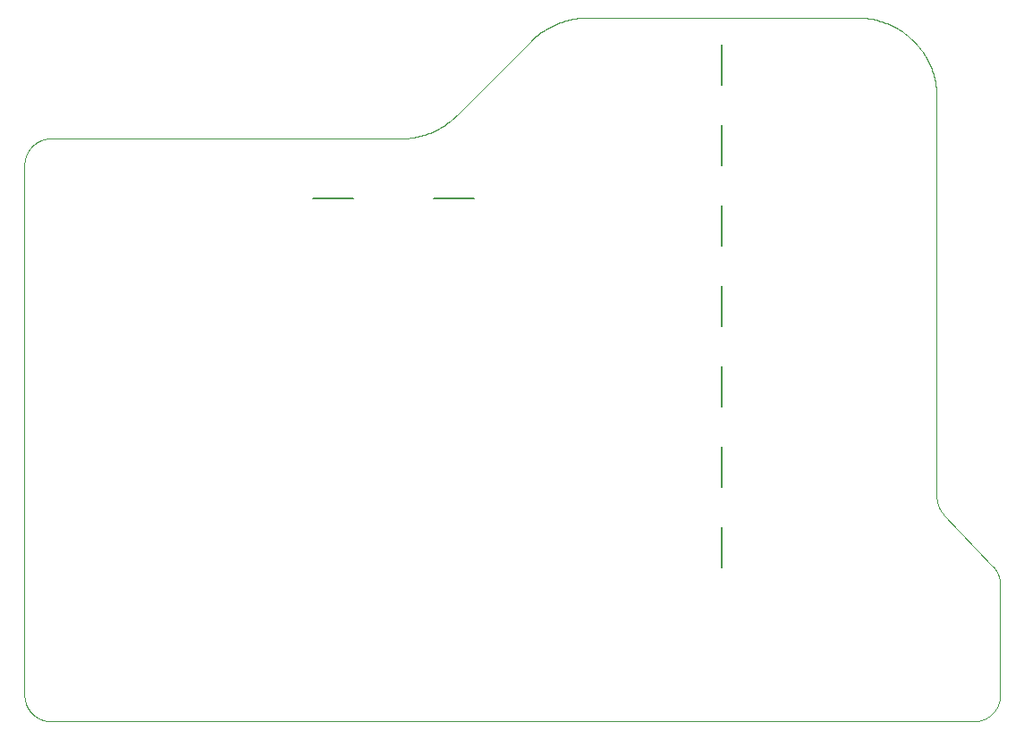
<source format=gbo>
G75*
%MOIN*%
%OFA0B0*%
%FSLAX25Y25*%
%IPPOS*%
%LPD*%
%AMOC8*
5,1,8,0,0,1.08239X$1,22.5*
%
%ADD10C,0.00000*%
%ADD11C,0.00800*%
D10*
X0001500Y0011000D02*
X0001500Y0208461D01*
X0001503Y0208703D01*
X0001512Y0208944D01*
X0001526Y0209185D01*
X0001547Y0209426D01*
X0001573Y0209666D01*
X0001605Y0209906D01*
X0001643Y0210145D01*
X0001686Y0210382D01*
X0001736Y0210619D01*
X0001791Y0210854D01*
X0001851Y0211088D01*
X0001918Y0211320D01*
X0001989Y0211551D01*
X0002067Y0211780D01*
X0002150Y0212007D01*
X0002238Y0212232D01*
X0002332Y0212455D01*
X0002431Y0212675D01*
X0002536Y0212893D01*
X0002645Y0213108D01*
X0002760Y0213321D01*
X0002880Y0213531D01*
X0003005Y0213737D01*
X0003135Y0213941D01*
X0003270Y0214142D01*
X0003410Y0214339D01*
X0003554Y0214533D01*
X0003703Y0214723D01*
X0003857Y0214909D01*
X0004015Y0215092D01*
X0004177Y0215271D01*
X0004344Y0215446D01*
X0004515Y0215617D01*
X0004690Y0215784D01*
X0004869Y0215946D01*
X0005052Y0216104D01*
X0005238Y0216258D01*
X0005428Y0216407D01*
X0005622Y0216551D01*
X0005819Y0216691D01*
X0006020Y0216826D01*
X0006224Y0216956D01*
X0006430Y0217081D01*
X0006640Y0217201D01*
X0006853Y0217316D01*
X0007068Y0217425D01*
X0007286Y0217530D01*
X0007506Y0217629D01*
X0007729Y0217723D01*
X0007954Y0217811D01*
X0008181Y0217894D01*
X0008410Y0217972D01*
X0008641Y0218043D01*
X0008873Y0218110D01*
X0009107Y0218170D01*
X0009342Y0218225D01*
X0009579Y0218275D01*
X0009816Y0218318D01*
X0010055Y0218356D01*
X0010295Y0218388D01*
X0010535Y0218414D01*
X0010776Y0218435D01*
X0011017Y0218449D01*
X0011258Y0218458D01*
X0011500Y0218461D01*
X0141762Y0218461D01*
X0162650Y0227118D02*
X0190350Y0254842D01*
X0211238Y0263500D02*
X0311972Y0263500D01*
X0312686Y0263491D01*
X0313399Y0263466D01*
X0314111Y0263422D01*
X0314822Y0263362D01*
X0315531Y0263285D01*
X0316238Y0263190D01*
X0316943Y0263079D01*
X0317645Y0262950D01*
X0318344Y0262804D01*
X0319039Y0262642D01*
X0319729Y0262463D01*
X0320415Y0262267D01*
X0321097Y0262055D01*
X0321773Y0261826D01*
X0322443Y0261581D01*
X0323107Y0261320D01*
X0323764Y0261043D01*
X0324415Y0260750D01*
X0325059Y0260442D01*
X0325694Y0260118D01*
X0326322Y0259779D01*
X0326942Y0259424D01*
X0327552Y0259055D01*
X0328154Y0258671D01*
X0328746Y0258273D01*
X0329328Y0257861D01*
X0329900Y0257434D01*
X0330462Y0256994D01*
X0331013Y0256541D01*
X0331553Y0256074D01*
X0332081Y0255594D01*
X0332598Y0255102D01*
X0333102Y0254598D01*
X0333594Y0254081D01*
X0334074Y0253553D01*
X0334541Y0253013D01*
X0334994Y0252462D01*
X0335434Y0251900D01*
X0335861Y0251328D01*
X0336273Y0250746D01*
X0336671Y0250154D01*
X0337055Y0249552D01*
X0337424Y0248942D01*
X0337779Y0248322D01*
X0338118Y0247694D01*
X0338442Y0247059D01*
X0338750Y0246415D01*
X0339043Y0245764D01*
X0339320Y0245107D01*
X0339581Y0244443D01*
X0339826Y0243773D01*
X0340055Y0243097D01*
X0340267Y0242415D01*
X0340463Y0241729D01*
X0340642Y0241039D01*
X0340804Y0240344D01*
X0340950Y0239645D01*
X0341079Y0238943D01*
X0341190Y0238238D01*
X0341285Y0237531D01*
X0341362Y0236822D01*
X0341422Y0236111D01*
X0341466Y0235399D01*
X0341491Y0234686D01*
X0341500Y0233972D01*
X0341500Y0084982D01*
X0344237Y0078108D02*
X0362463Y0058853D01*
X0365201Y0051978D02*
X0365201Y0011000D01*
X0365198Y0010758D01*
X0365189Y0010517D01*
X0365175Y0010276D01*
X0365154Y0010035D01*
X0365128Y0009795D01*
X0365096Y0009555D01*
X0365058Y0009316D01*
X0365015Y0009079D01*
X0364965Y0008842D01*
X0364910Y0008607D01*
X0364850Y0008373D01*
X0364783Y0008141D01*
X0364712Y0007910D01*
X0364634Y0007681D01*
X0364551Y0007454D01*
X0364463Y0007229D01*
X0364369Y0007006D01*
X0364270Y0006786D01*
X0364165Y0006568D01*
X0364056Y0006353D01*
X0363941Y0006140D01*
X0363821Y0005930D01*
X0363696Y0005724D01*
X0363566Y0005520D01*
X0363431Y0005319D01*
X0363291Y0005122D01*
X0363147Y0004928D01*
X0362998Y0004738D01*
X0362844Y0004552D01*
X0362686Y0004369D01*
X0362524Y0004190D01*
X0362357Y0004015D01*
X0362186Y0003844D01*
X0362011Y0003677D01*
X0361832Y0003515D01*
X0361649Y0003357D01*
X0361463Y0003203D01*
X0361273Y0003054D01*
X0361079Y0002910D01*
X0360882Y0002770D01*
X0360681Y0002635D01*
X0360477Y0002505D01*
X0360271Y0002380D01*
X0360061Y0002260D01*
X0359848Y0002145D01*
X0359633Y0002036D01*
X0359415Y0001931D01*
X0359195Y0001832D01*
X0358972Y0001738D01*
X0358747Y0001650D01*
X0358520Y0001567D01*
X0358291Y0001489D01*
X0358060Y0001418D01*
X0357828Y0001351D01*
X0357594Y0001291D01*
X0357359Y0001236D01*
X0357122Y0001186D01*
X0356885Y0001143D01*
X0356646Y0001105D01*
X0356406Y0001073D01*
X0356166Y0001047D01*
X0355925Y0001026D01*
X0355684Y0001012D01*
X0355443Y0001003D01*
X0355201Y0001000D01*
X0011500Y0001000D01*
X0011258Y0001003D01*
X0011017Y0001012D01*
X0010776Y0001026D01*
X0010535Y0001047D01*
X0010295Y0001073D01*
X0010055Y0001105D01*
X0009816Y0001143D01*
X0009579Y0001186D01*
X0009342Y0001236D01*
X0009107Y0001291D01*
X0008873Y0001351D01*
X0008641Y0001418D01*
X0008410Y0001489D01*
X0008181Y0001567D01*
X0007954Y0001650D01*
X0007729Y0001738D01*
X0007506Y0001832D01*
X0007286Y0001931D01*
X0007068Y0002036D01*
X0006853Y0002145D01*
X0006640Y0002260D01*
X0006430Y0002380D01*
X0006224Y0002505D01*
X0006020Y0002635D01*
X0005819Y0002770D01*
X0005622Y0002910D01*
X0005428Y0003054D01*
X0005238Y0003203D01*
X0005052Y0003357D01*
X0004869Y0003515D01*
X0004690Y0003677D01*
X0004515Y0003844D01*
X0004344Y0004015D01*
X0004177Y0004190D01*
X0004015Y0004369D01*
X0003857Y0004552D01*
X0003703Y0004738D01*
X0003554Y0004928D01*
X0003410Y0005122D01*
X0003270Y0005319D01*
X0003135Y0005520D01*
X0003005Y0005724D01*
X0002880Y0005930D01*
X0002760Y0006140D01*
X0002645Y0006353D01*
X0002536Y0006568D01*
X0002431Y0006786D01*
X0002332Y0007006D01*
X0002238Y0007229D01*
X0002150Y0007454D01*
X0002067Y0007681D01*
X0001989Y0007910D01*
X0001918Y0008141D01*
X0001851Y0008373D01*
X0001791Y0008607D01*
X0001736Y0008842D01*
X0001686Y0009079D01*
X0001643Y0009316D01*
X0001605Y0009555D01*
X0001573Y0009795D01*
X0001547Y0010035D01*
X0001526Y0010276D01*
X0001512Y0010517D01*
X0001503Y0010758D01*
X0001500Y0011000D01*
X0190349Y0254842D02*
X0190852Y0255334D01*
X0191367Y0255813D01*
X0191892Y0256280D01*
X0192429Y0256734D01*
X0192976Y0257176D01*
X0193534Y0257604D01*
X0194102Y0258019D01*
X0194679Y0258420D01*
X0195266Y0258807D01*
X0195862Y0259181D01*
X0196467Y0259540D01*
X0197080Y0259884D01*
X0197701Y0260214D01*
X0198329Y0260529D01*
X0198965Y0260829D01*
X0199608Y0261113D01*
X0200258Y0261383D01*
X0200914Y0261636D01*
X0201575Y0261874D01*
X0202242Y0262096D01*
X0202914Y0262303D01*
X0203591Y0262493D01*
X0204273Y0262667D01*
X0204958Y0262824D01*
X0205647Y0262966D01*
X0206339Y0263091D01*
X0207033Y0263199D01*
X0207731Y0263291D01*
X0208430Y0263366D01*
X0209130Y0263425D01*
X0209832Y0263467D01*
X0210535Y0263492D01*
X0211238Y0263500D01*
X0162651Y0227118D02*
X0162148Y0226626D01*
X0161633Y0226147D01*
X0161108Y0225680D01*
X0160571Y0225226D01*
X0160024Y0224784D01*
X0159466Y0224356D01*
X0158898Y0223941D01*
X0158321Y0223540D01*
X0157734Y0223153D01*
X0157138Y0222779D01*
X0156533Y0222420D01*
X0155920Y0222076D01*
X0155299Y0221746D01*
X0154671Y0221431D01*
X0154035Y0221131D01*
X0153392Y0220847D01*
X0152742Y0220577D01*
X0152086Y0220324D01*
X0151425Y0220086D01*
X0150758Y0219864D01*
X0150086Y0219657D01*
X0149409Y0219467D01*
X0148727Y0219293D01*
X0148042Y0219136D01*
X0147353Y0218994D01*
X0146661Y0218869D01*
X0145967Y0218761D01*
X0145269Y0218669D01*
X0144570Y0218594D01*
X0143870Y0218535D01*
X0143168Y0218493D01*
X0142465Y0218468D01*
X0141762Y0218460D01*
X0341500Y0084982D02*
X0341503Y0084738D01*
X0341512Y0084493D01*
X0341527Y0084249D01*
X0341548Y0084006D01*
X0341575Y0083763D01*
X0341607Y0083520D01*
X0341646Y0083279D01*
X0341691Y0083038D01*
X0341741Y0082799D01*
X0341797Y0082561D01*
X0341859Y0082325D01*
X0341927Y0082090D01*
X0342001Y0081857D01*
X0342080Y0081625D01*
X0342165Y0081396D01*
X0342255Y0081169D01*
X0342351Y0080944D01*
X0342453Y0080722D01*
X0342560Y0080502D01*
X0342672Y0080285D01*
X0342789Y0080070D01*
X0342912Y0079859D01*
X0343040Y0079650D01*
X0343173Y0079445D01*
X0343311Y0079243D01*
X0343453Y0079045D01*
X0343601Y0078850D01*
X0343753Y0078658D01*
X0343910Y0078471D01*
X0344072Y0078287D01*
X0344237Y0078108D01*
X0362464Y0058852D02*
X0362629Y0058673D01*
X0362791Y0058489D01*
X0362948Y0058302D01*
X0363100Y0058110D01*
X0363248Y0057915D01*
X0363390Y0057717D01*
X0363528Y0057515D01*
X0363661Y0057310D01*
X0363789Y0057101D01*
X0363912Y0056890D01*
X0364029Y0056675D01*
X0364141Y0056458D01*
X0364248Y0056238D01*
X0364350Y0056016D01*
X0364446Y0055791D01*
X0364536Y0055564D01*
X0364621Y0055335D01*
X0364700Y0055103D01*
X0364774Y0054870D01*
X0364842Y0054635D01*
X0364904Y0054399D01*
X0364960Y0054161D01*
X0365010Y0053922D01*
X0365055Y0053681D01*
X0365094Y0053440D01*
X0365126Y0053197D01*
X0365153Y0052954D01*
X0365174Y0052711D01*
X0365189Y0052467D01*
X0365198Y0052222D01*
X0365201Y0051978D01*
D11*
X0261500Y0058500D02*
X0261500Y0073500D01*
X0261500Y0088500D02*
X0261500Y0103500D01*
X0261500Y0118500D02*
X0261500Y0133500D01*
X0261500Y0148500D02*
X0261500Y0163500D01*
X0261500Y0178500D02*
X0261500Y0193500D01*
X0261500Y0208500D02*
X0261500Y0223500D01*
X0261500Y0238500D02*
X0261500Y0253500D01*
X0169000Y0196000D02*
X0154000Y0196000D01*
X0124000Y0196000D02*
X0109000Y0196000D01*
M02*

</source>
